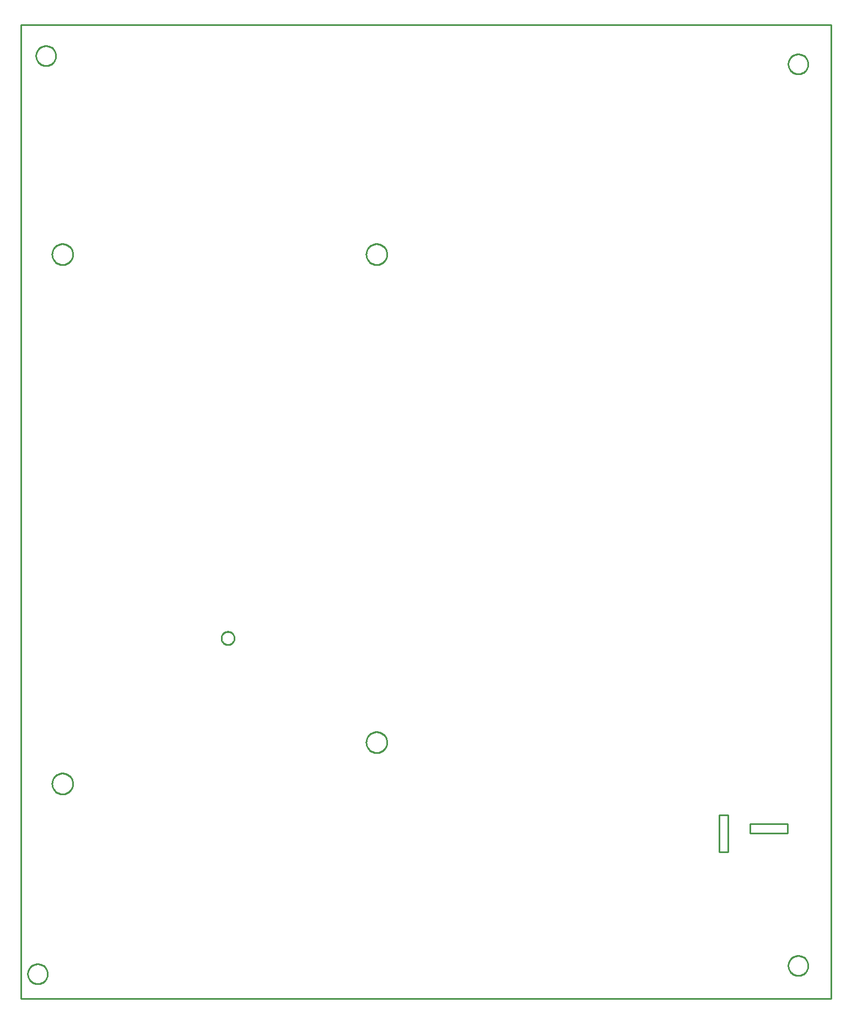
<source format=gbr>
G04 EAGLE Gerber RS-274X export*
G75*
%MOMM*%
%FSLAX34Y34*%
%LPD*%
%IN*%
%IPPOS*%
%AMOC8*
5,1,8,0,0,1.08239X$1,22.5*%
G01*
%ADD10C,0.254000*%


D10*
X228600Y-482600D02*
X1473000Y-482600D01*
X1473000Y1012700D01*
X228600Y1012700D01*
X228600Y-482600D01*
X1301242Y-257048D02*
X1314958Y-257048D01*
X1314958Y-200152D01*
X1301242Y-200152D01*
X1301242Y-257048D01*
X1348740Y-228092D02*
X1405636Y-228092D01*
X1405636Y-214376D01*
X1348740Y-214376D01*
X1348740Y-228092D01*
X281940Y964656D02*
X281862Y963570D01*
X281707Y962492D01*
X281476Y961429D01*
X281169Y960384D01*
X280789Y959364D01*
X280337Y958374D01*
X279815Y957419D01*
X279226Y956503D01*
X278574Y955631D01*
X277861Y954809D01*
X277091Y954039D01*
X276269Y953326D01*
X275397Y952674D01*
X274481Y952085D01*
X273526Y951563D01*
X272536Y951111D01*
X271516Y950731D01*
X270471Y950424D01*
X269408Y950193D01*
X268330Y950038D01*
X267244Y949960D01*
X266156Y949960D01*
X265070Y950038D01*
X263992Y950193D01*
X262929Y950424D01*
X261884Y950731D01*
X260864Y951111D01*
X259874Y951563D01*
X258919Y952085D01*
X258003Y952674D01*
X257131Y953326D01*
X256309Y954039D01*
X255539Y954809D01*
X254826Y955631D01*
X254174Y956503D01*
X253585Y957419D01*
X253063Y958374D01*
X252611Y959364D01*
X252231Y960384D01*
X251924Y961429D01*
X251693Y962492D01*
X251538Y963570D01*
X251460Y964656D01*
X251460Y965744D01*
X251538Y966830D01*
X251693Y967908D01*
X251924Y968971D01*
X252231Y970016D01*
X252611Y971036D01*
X253063Y972026D01*
X253585Y972981D01*
X254174Y973897D01*
X254826Y974769D01*
X255539Y975591D01*
X256309Y976361D01*
X257131Y977074D01*
X258003Y977726D01*
X258919Y978315D01*
X259874Y978837D01*
X260864Y979289D01*
X261884Y979669D01*
X262929Y979976D01*
X263992Y980207D01*
X265070Y980362D01*
X266156Y980440D01*
X267244Y980440D01*
X268330Y980362D01*
X269408Y980207D01*
X270471Y979976D01*
X271516Y979669D01*
X272536Y979289D01*
X273526Y978837D01*
X274481Y978315D01*
X275397Y977726D01*
X276269Y977074D01*
X277091Y976361D01*
X277861Y975591D01*
X278574Y974769D01*
X279226Y973897D01*
X279815Y972981D01*
X280337Y972026D01*
X280789Y971036D01*
X281169Y970016D01*
X281476Y968971D01*
X281707Y967908D01*
X281862Y966830D01*
X281940Y965744D01*
X281940Y964656D01*
X1437640Y951956D02*
X1437562Y950870D01*
X1437407Y949792D01*
X1437176Y948729D01*
X1436869Y947684D01*
X1436489Y946664D01*
X1436037Y945674D01*
X1435515Y944719D01*
X1434926Y943803D01*
X1434274Y942931D01*
X1433561Y942109D01*
X1432791Y941339D01*
X1431969Y940626D01*
X1431097Y939974D01*
X1430181Y939385D01*
X1429226Y938863D01*
X1428236Y938411D01*
X1427216Y938031D01*
X1426171Y937724D01*
X1425108Y937493D01*
X1424030Y937338D01*
X1422944Y937260D01*
X1421856Y937260D01*
X1420770Y937338D01*
X1419692Y937493D01*
X1418629Y937724D01*
X1417584Y938031D01*
X1416564Y938411D01*
X1415574Y938863D01*
X1414619Y939385D01*
X1413703Y939974D01*
X1412831Y940626D01*
X1412009Y941339D01*
X1411239Y942109D01*
X1410526Y942931D01*
X1409874Y943803D01*
X1409285Y944719D01*
X1408763Y945674D01*
X1408311Y946664D01*
X1407931Y947684D01*
X1407624Y948729D01*
X1407393Y949792D01*
X1407238Y950870D01*
X1407160Y951956D01*
X1407160Y953044D01*
X1407238Y954130D01*
X1407393Y955208D01*
X1407624Y956271D01*
X1407931Y957316D01*
X1408311Y958336D01*
X1408763Y959326D01*
X1409285Y960281D01*
X1409874Y961197D01*
X1410526Y962069D01*
X1411239Y962891D01*
X1412009Y963661D01*
X1412831Y964374D01*
X1413703Y965026D01*
X1414619Y965615D01*
X1415574Y966137D01*
X1416564Y966589D01*
X1417584Y966969D01*
X1418629Y967276D01*
X1419692Y967507D01*
X1420770Y967662D01*
X1421856Y967740D01*
X1422944Y967740D01*
X1424030Y967662D01*
X1425108Y967507D01*
X1426171Y967276D01*
X1427216Y966969D01*
X1428236Y966589D01*
X1429226Y966137D01*
X1430181Y965615D01*
X1431097Y965026D01*
X1431969Y964374D01*
X1432791Y963661D01*
X1433561Y962891D01*
X1434274Y962069D01*
X1434926Y961197D01*
X1435515Y960281D01*
X1436037Y959326D01*
X1436489Y958336D01*
X1436869Y957316D01*
X1437176Y956271D01*
X1437407Y955208D01*
X1437562Y954130D01*
X1437640Y953044D01*
X1437640Y951956D01*
X1437640Y-432344D02*
X1437562Y-433430D01*
X1437407Y-434508D01*
X1437176Y-435571D01*
X1436869Y-436616D01*
X1436489Y-437636D01*
X1436037Y-438626D01*
X1435515Y-439581D01*
X1434926Y-440497D01*
X1434274Y-441369D01*
X1433561Y-442191D01*
X1432791Y-442961D01*
X1431969Y-443674D01*
X1431097Y-444326D01*
X1430181Y-444915D01*
X1429226Y-445437D01*
X1428236Y-445889D01*
X1427216Y-446269D01*
X1426171Y-446576D01*
X1425108Y-446807D01*
X1424030Y-446962D01*
X1422944Y-447040D01*
X1421856Y-447040D01*
X1420770Y-446962D01*
X1419692Y-446807D01*
X1418629Y-446576D01*
X1417584Y-446269D01*
X1416564Y-445889D01*
X1415574Y-445437D01*
X1414619Y-444915D01*
X1413703Y-444326D01*
X1412831Y-443674D01*
X1412009Y-442961D01*
X1411239Y-442191D01*
X1410526Y-441369D01*
X1409874Y-440497D01*
X1409285Y-439581D01*
X1408763Y-438626D01*
X1408311Y-437636D01*
X1407931Y-436616D01*
X1407624Y-435571D01*
X1407393Y-434508D01*
X1407238Y-433430D01*
X1407160Y-432344D01*
X1407160Y-431256D01*
X1407238Y-430170D01*
X1407393Y-429092D01*
X1407624Y-428029D01*
X1407931Y-426984D01*
X1408311Y-425964D01*
X1408763Y-424974D01*
X1409285Y-424019D01*
X1409874Y-423103D01*
X1410526Y-422231D01*
X1411239Y-421409D01*
X1412009Y-420639D01*
X1412831Y-419926D01*
X1413703Y-419274D01*
X1414619Y-418685D01*
X1415574Y-418163D01*
X1416564Y-417711D01*
X1417584Y-417331D01*
X1418629Y-417024D01*
X1419692Y-416793D01*
X1420770Y-416638D01*
X1421856Y-416560D01*
X1422944Y-416560D01*
X1424030Y-416638D01*
X1425108Y-416793D01*
X1426171Y-417024D01*
X1427216Y-417331D01*
X1428236Y-417711D01*
X1429226Y-418163D01*
X1430181Y-418685D01*
X1431097Y-419274D01*
X1431969Y-419926D01*
X1432791Y-420639D01*
X1433561Y-421409D01*
X1434274Y-422231D01*
X1434926Y-423103D01*
X1435515Y-424019D01*
X1436037Y-424974D01*
X1436489Y-425964D01*
X1436869Y-426984D01*
X1437176Y-428029D01*
X1437407Y-429092D01*
X1437562Y-430170D01*
X1437640Y-431256D01*
X1437640Y-432344D01*
X269240Y-445044D02*
X269162Y-446130D01*
X269007Y-447208D01*
X268776Y-448271D01*
X268469Y-449316D01*
X268089Y-450336D01*
X267637Y-451326D01*
X267115Y-452281D01*
X266526Y-453197D01*
X265874Y-454069D01*
X265161Y-454891D01*
X264391Y-455661D01*
X263569Y-456374D01*
X262697Y-457026D01*
X261781Y-457615D01*
X260826Y-458137D01*
X259836Y-458589D01*
X258816Y-458969D01*
X257771Y-459276D01*
X256708Y-459507D01*
X255630Y-459662D01*
X254544Y-459740D01*
X253456Y-459740D01*
X252370Y-459662D01*
X251292Y-459507D01*
X250229Y-459276D01*
X249184Y-458969D01*
X248164Y-458589D01*
X247174Y-458137D01*
X246219Y-457615D01*
X245303Y-457026D01*
X244431Y-456374D01*
X243609Y-455661D01*
X242839Y-454891D01*
X242126Y-454069D01*
X241474Y-453197D01*
X240885Y-452281D01*
X240363Y-451326D01*
X239911Y-450336D01*
X239531Y-449316D01*
X239224Y-448271D01*
X238993Y-447208D01*
X238838Y-446130D01*
X238760Y-445044D01*
X238760Y-443956D01*
X238838Y-442870D01*
X238993Y-441792D01*
X239224Y-440729D01*
X239531Y-439684D01*
X239911Y-438664D01*
X240363Y-437674D01*
X240885Y-436719D01*
X241474Y-435803D01*
X242126Y-434931D01*
X242839Y-434109D01*
X243609Y-433339D01*
X244431Y-432626D01*
X245303Y-431974D01*
X246219Y-431385D01*
X247174Y-430863D01*
X248164Y-430411D01*
X249184Y-430031D01*
X250229Y-429724D01*
X251292Y-429493D01*
X252370Y-429338D01*
X253456Y-429260D01*
X254544Y-429260D01*
X255630Y-429338D01*
X256708Y-429493D01*
X257771Y-429724D01*
X258816Y-430031D01*
X259836Y-430411D01*
X260826Y-430863D01*
X261781Y-431385D01*
X262697Y-431974D01*
X263569Y-432626D01*
X264391Y-433339D01*
X265161Y-434109D01*
X265874Y-434931D01*
X266526Y-435803D01*
X267115Y-436719D01*
X267637Y-437674D01*
X268089Y-438664D01*
X268469Y-439684D01*
X268776Y-440729D01*
X269007Y-441792D01*
X269162Y-442870D01*
X269240Y-443956D01*
X269240Y-445044D01*
X774176Y644400D02*
X773131Y644469D01*
X772092Y644605D01*
X771065Y644810D01*
X770053Y645081D01*
X769061Y645417D01*
X768093Y645818D01*
X767154Y646282D01*
X766246Y646806D01*
X765375Y647388D01*
X764544Y648025D01*
X763757Y648716D01*
X763016Y649457D01*
X762325Y650244D01*
X761688Y651075D01*
X761106Y651946D01*
X760582Y652854D01*
X760118Y653793D01*
X759717Y654761D01*
X759381Y655753D01*
X759110Y656765D01*
X758905Y657792D01*
X758769Y658831D01*
X758700Y659876D01*
X758700Y660924D01*
X758769Y661969D01*
X758905Y663008D01*
X759110Y664035D01*
X759381Y665047D01*
X759717Y666039D01*
X760118Y667007D01*
X760582Y667946D01*
X761106Y668854D01*
X761688Y669725D01*
X762325Y670556D01*
X763016Y671343D01*
X763757Y672084D01*
X764544Y672775D01*
X765375Y673413D01*
X766246Y673995D01*
X767154Y674518D01*
X768093Y674982D01*
X769061Y675383D01*
X770053Y675719D01*
X771065Y675990D01*
X772092Y676195D01*
X773131Y676332D01*
X774176Y676400D01*
X775224Y676400D01*
X776269Y676332D01*
X777308Y676195D01*
X778335Y675990D01*
X779347Y675719D01*
X780339Y675383D01*
X781307Y674982D01*
X782246Y674518D01*
X783154Y673995D01*
X784025Y673413D01*
X784856Y672775D01*
X785643Y672084D01*
X786384Y671343D01*
X787075Y670556D01*
X787713Y669725D01*
X788295Y668854D01*
X788818Y667946D01*
X789282Y667007D01*
X789683Y666039D01*
X790019Y665047D01*
X790290Y664035D01*
X790495Y663008D01*
X790632Y661969D01*
X790700Y660924D01*
X790700Y659876D01*
X790632Y658831D01*
X790495Y657792D01*
X790290Y656765D01*
X790019Y655753D01*
X789683Y654761D01*
X789282Y653793D01*
X788818Y652854D01*
X788295Y651946D01*
X787713Y651075D01*
X787075Y650244D01*
X786384Y649457D01*
X785643Y648716D01*
X784856Y648025D01*
X784025Y647388D01*
X783154Y646806D01*
X782246Y646282D01*
X781307Y645818D01*
X780339Y645417D01*
X779347Y645081D01*
X778335Y644810D01*
X777308Y644605D01*
X776269Y644469D01*
X775224Y644400D01*
X774176Y644400D01*
X291576Y644400D02*
X290531Y644469D01*
X289492Y644605D01*
X288465Y644810D01*
X287453Y645081D01*
X286461Y645417D01*
X285493Y645818D01*
X284554Y646282D01*
X283646Y646806D01*
X282775Y647388D01*
X281944Y648025D01*
X281157Y648716D01*
X280416Y649457D01*
X279725Y650244D01*
X279088Y651075D01*
X278506Y651946D01*
X277982Y652854D01*
X277518Y653793D01*
X277117Y654761D01*
X276781Y655753D01*
X276510Y656765D01*
X276305Y657792D01*
X276169Y658831D01*
X276100Y659876D01*
X276100Y660924D01*
X276169Y661969D01*
X276305Y663008D01*
X276510Y664035D01*
X276781Y665047D01*
X277117Y666039D01*
X277518Y667007D01*
X277982Y667946D01*
X278506Y668854D01*
X279088Y669725D01*
X279725Y670556D01*
X280416Y671343D01*
X281157Y672084D01*
X281944Y672775D01*
X282775Y673413D01*
X283646Y673995D01*
X284554Y674518D01*
X285493Y674982D01*
X286461Y675383D01*
X287453Y675719D01*
X288465Y675990D01*
X289492Y676195D01*
X290531Y676332D01*
X291576Y676400D01*
X292624Y676400D01*
X293669Y676332D01*
X294708Y676195D01*
X295735Y675990D01*
X296747Y675719D01*
X297739Y675383D01*
X298707Y674982D01*
X299646Y674518D01*
X300554Y673995D01*
X301425Y673413D01*
X302256Y672775D01*
X303043Y672084D01*
X303784Y671343D01*
X304475Y670556D01*
X305113Y669725D01*
X305695Y668854D01*
X306218Y667946D01*
X306682Y667007D01*
X307083Y666039D01*
X307419Y665047D01*
X307690Y664035D01*
X307895Y663008D01*
X308032Y661969D01*
X308100Y660924D01*
X308100Y659876D01*
X308032Y658831D01*
X307895Y657792D01*
X307690Y656765D01*
X307419Y655753D01*
X307083Y654761D01*
X306682Y653793D01*
X306218Y652854D01*
X305695Y651946D01*
X305113Y651075D01*
X304475Y650244D01*
X303784Y649457D01*
X303043Y648716D01*
X302256Y648025D01*
X301425Y647388D01*
X300554Y646806D01*
X299646Y646282D01*
X298707Y645818D01*
X297739Y645417D01*
X296747Y645081D01*
X295735Y644810D01*
X294708Y644605D01*
X293669Y644469D01*
X292624Y644400D01*
X291576Y644400D01*
X774176Y-104900D02*
X773131Y-104832D01*
X772092Y-104695D01*
X771065Y-104490D01*
X770053Y-104219D01*
X769061Y-103883D01*
X768093Y-103482D01*
X767154Y-103018D01*
X766246Y-102495D01*
X765375Y-101913D01*
X764544Y-101275D01*
X763757Y-100584D01*
X763016Y-99843D01*
X762325Y-99056D01*
X761688Y-98225D01*
X761106Y-97354D01*
X760582Y-96446D01*
X760118Y-95507D01*
X759717Y-94539D01*
X759381Y-93547D01*
X759110Y-92535D01*
X758905Y-91508D01*
X758769Y-90469D01*
X758700Y-89424D01*
X758700Y-88376D01*
X758769Y-87331D01*
X758905Y-86292D01*
X759110Y-85265D01*
X759381Y-84253D01*
X759717Y-83261D01*
X760118Y-82293D01*
X760582Y-81354D01*
X761106Y-80446D01*
X761688Y-79575D01*
X762325Y-78744D01*
X763016Y-77957D01*
X763757Y-77216D01*
X764544Y-76525D01*
X765375Y-75888D01*
X766246Y-75306D01*
X767154Y-74782D01*
X768093Y-74318D01*
X769061Y-73917D01*
X770053Y-73581D01*
X771065Y-73310D01*
X772092Y-73105D01*
X773131Y-72969D01*
X774176Y-72900D01*
X775224Y-72900D01*
X776269Y-72969D01*
X777308Y-73105D01*
X778335Y-73310D01*
X779347Y-73581D01*
X780339Y-73917D01*
X781307Y-74318D01*
X782246Y-74782D01*
X783154Y-75306D01*
X784025Y-75888D01*
X784856Y-76525D01*
X785643Y-77216D01*
X786384Y-77957D01*
X787075Y-78744D01*
X787713Y-79575D01*
X788295Y-80446D01*
X788818Y-81354D01*
X789282Y-82293D01*
X789683Y-83261D01*
X790019Y-84253D01*
X790290Y-85265D01*
X790495Y-86292D01*
X790632Y-87331D01*
X790700Y-88376D01*
X790700Y-89424D01*
X790632Y-90469D01*
X790495Y-91508D01*
X790290Y-92535D01*
X790019Y-93547D01*
X789683Y-94539D01*
X789282Y-95507D01*
X788818Y-96446D01*
X788295Y-97354D01*
X787713Y-98225D01*
X787075Y-99056D01*
X786384Y-99843D01*
X785643Y-100584D01*
X784856Y-101275D01*
X784025Y-101913D01*
X783154Y-102495D01*
X782246Y-103018D01*
X781307Y-103482D01*
X780339Y-103883D01*
X779347Y-104219D01*
X778335Y-104490D01*
X777308Y-104695D01*
X776269Y-104832D01*
X775224Y-104900D01*
X774176Y-104900D01*
X291576Y-168400D02*
X290531Y-168332D01*
X289492Y-168195D01*
X288465Y-167990D01*
X287453Y-167719D01*
X286461Y-167383D01*
X285493Y-166982D01*
X284554Y-166518D01*
X283646Y-165995D01*
X282775Y-165413D01*
X281944Y-164775D01*
X281157Y-164084D01*
X280416Y-163343D01*
X279725Y-162556D01*
X279088Y-161725D01*
X278506Y-160854D01*
X277982Y-159946D01*
X277518Y-159007D01*
X277117Y-158039D01*
X276781Y-157047D01*
X276510Y-156035D01*
X276305Y-155008D01*
X276169Y-153969D01*
X276100Y-152924D01*
X276100Y-151876D01*
X276169Y-150831D01*
X276305Y-149792D01*
X276510Y-148765D01*
X276781Y-147753D01*
X277117Y-146761D01*
X277518Y-145793D01*
X277982Y-144854D01*
X278506Y-143946D01*
X279088Y-143075D01*
X279725Y-142244D01*
X280416Y-141457D01*
X281157Y-140716D01*
X281944Y-140025D01*
X282775Y-139388D01*
X283646Y-138806D01*
X284554Y-138282D01*
X285493Y-137818D01*
X286461Y-137417D01*
X287453Y-137081D01*
X288465Y-136810D01*
X289492Y-136605D01*
X290531Y-136469D01*
X291576Y-136400D01*
X292624Y-136400D01*
X293669Y-136469D01*
X294708Y-136605D01*
X295735Y-136810D01*
X296747Y-137081D01*
X297739Y-137417D01*
X298707Y-137818D01*
X299646Y-138282D01*
X300554Y-138806D01*
X301425Y-139388D01*
X302256Y-140025D01*
X303043Y-140716D01*
X303784Y-141457D01*
X304475Y-142244D01*
X305113Y-143075D01*
X305695Y-143946D01*
X306218Y-144854D01*
X306682Y-145793D01*
X307083Y-146761D01*
X307419Y-147753D01*
X307690Y-148765D01*
X307895Y-149792D01*
X308032Y-150831D01*
X308100Y-151876D01*
X308100Y-152924D01*
X308032Y-153969D01*
X307895Y-155008D01*
X307690Y-156035D01*
X307419Y-157047D01*
X307083Y-158039D01*
X306682Y-159007D01*
X306218Y-159946D01*
X305695Y-160854D01*
X305113Y-161725D01*
X304475Y-162556D01*
X303784Y-163343D01*
X303043Y-164084D01*
X302256Y-164775D01*
X301425Y-165413D01*
X300554Y-165995D01*
X299646Y-166518D01*
X298707Y-166982D01*
X297739Y-167383D01*
X296747Y-167719D01*
X295735Y-167990D01*
X294708Y-168195D01*
X293669Y-168332D01*
X292624Y-168400D01*
X291576Y-168400D01*
X545663Y61120D02*
X544794Y61196D01*
X543934Y61348D01*
X543090Y61574D01*
X542270Y61872D01*
X541478Y62241D01*
X540722Y62678D01*
X540007Y63179D01*
X539338Y63740D01*
X538720Y64358D01*
X538159Y65027D01*
X537658Y65742D01*
X537221Y66498D01*
X536852Y67290D01*
X536554Y68110D01*
X536328Y68954D01*
X536176Y69814D01*
X536100Y70683D01*
X536100Y71557D01*
X536176Y72427D01*
X536328Y73286D01*
X536554Y74130D01*
X536852Y74950D01*
X537221Y75742D01*
X537658Y76498D01*
X538159Y77213D01*
X538720Y77882D01*
X539338Y78500D01*
X540007Y79061D01*
X540722Y79562D01*
X541478Y79999D01*
X542270Y80368D01*
X543090Y80666D01*
X543934Y80892D01*
X544794Y81044D01*
X545663Y81120D01*
X546537Y81120D01*
X547407Y81044D01*
X548266Y80892D01*
X549110Y80666D01*
X549930Y80368D01*
X550722Y79999D01*
X551478Y79562D01*
X552193Y79061D01*
X552862Y78500D01*
X553480Y77882D01*
X554041Y77213D01*
X554542Y76498D01*
X554979Y75742D01*
X555348Y74950D01*
X555646Y74130D01*
X555872Y73286D01*
X556024Y72427D01*
X556100Y71557D01*
X556100Y70683D01*
X556024Y69814D01*
X555872Y68954D01*
X555646Y68110D01*
X555348Y67290D01*
X554979Y66498D01*
X554542Y65742D01*
X554041Y65027D01*
X553480Y64358D01*
X552862Y63740D01*
X552193Y63179D01*
X551478Y62678D01*
X550722Y62241D01*
X549930Y61872D01*
X549110Y61574D01*
X548266Y61348D01*
X547407Y61196D01*
X546537Y61120D01*
X545663Y61120D01*
M02*

</source>
